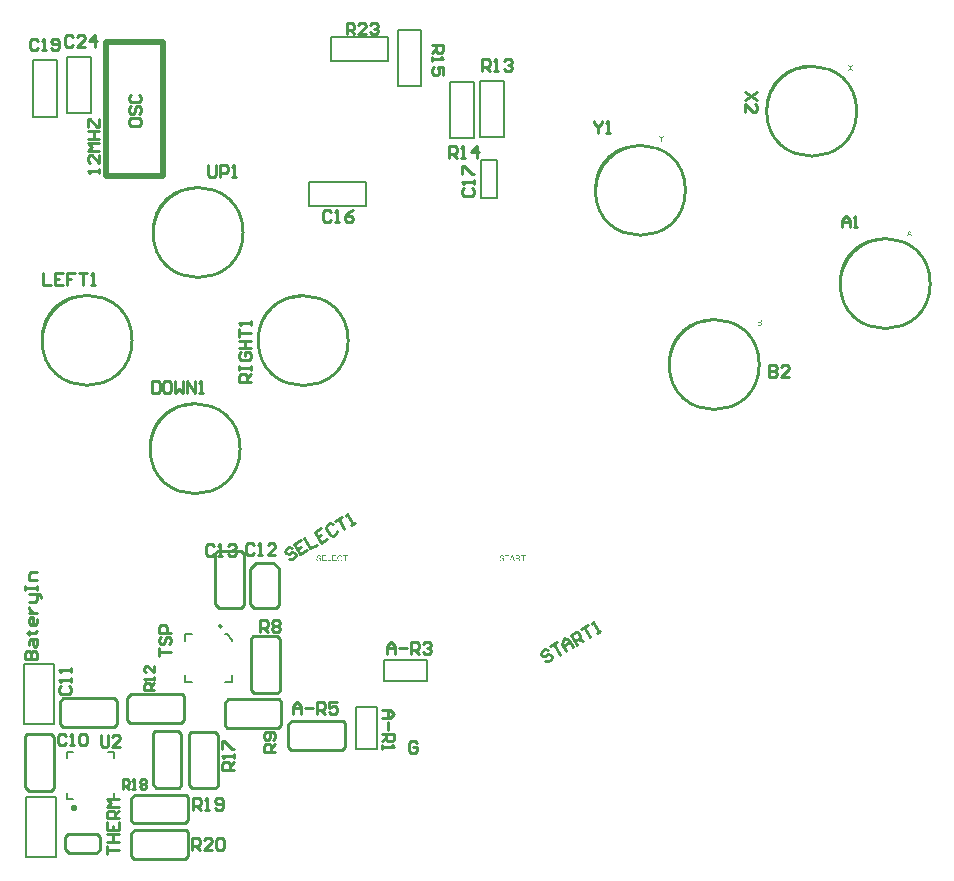
<source format=gto>
G04 Layer_Color=65535*
%FSLAX44Y44*%
%MOMM*%
G71*
G01*
G75*
%ADD31C,0.2540*%
%ADD34C,0.5000*%
%ADD73C,0.2000*%
%ADD76C,0.2500*%
%ADD77C,0.1270*%
%ADD78C,0.2032*%
%ADD79C,0.1524*%
G36*
X879564Y543421D02*
X879623D01*
X879682Y543416D01*
X879751Y543405D01*
X879891Y543389D01*
X880046Y543362D01*
X880191Y543325D01*
X880330Y543271D01*
X880335D01*
X880346Y543266D01*
X880362Y543255D01*
X880389Y543245D01*
X880448Y543207D01*
X880528Y543159D01*
X880614Y543094D01*
X880700Y543014D01*
X880786Y542918D01*
X880866Y542810D01*
Y542805D01*
X880877Y542794D01*
X880882Y542778D01*
X880898Y542757D01*
X880914Y542730D01*
X880930Y542692D01*
X880968Y542612D01*
X881000Y542516D01*
X881032Y542403D01*
X881054Y542285D01*
X881064Y542156D01*
Y542151D01*
Y542141D01*
Y542124D01*
Y542103D01*
X881054Y542044D01*
X881043Y541964D01*
X881021Y541872D01*
X880989Y541771D01*
X880946Y541669D01*
X880888Y541562D01*
Y541556D01*
X880882Y541551D01*
X880871Y541535D01*
X880855Y541513D01*
X880818Y541465D01*
X880759Y541401D01*
X880689Y541331D01*
X880598Y541256D01*
X880496Y541181D01*
X880373Y541111D01*
X880378D01*
X880394Y541106D01*
X880416Y541095D01*
X880448Y541085D01*
X880486Y541069D01*
X880528Y541053D01*
X880625Y541004D01*
X880737Y540945D01*
X880850Y540865D01*
X880963Y540774D01*
X881059Y540661D01*
X881064Y540656D01*
X881070Y540645D01*
X881080Y540629D01*
X881096Y540608D01*
X881118Y540575D01*
X881139Y540538D01*
X881161Y540495D01*
X881182Y540447D01*
X881225Y540340D01*
X881268Y540211D01*
X881295Y540066D01*
X881305Y539991D01*
Y539911D01*
Y539906D01*
Y539895D01*
Y539879D01*
Y539852D01*
X881300Y539820D01*
Y539788D01*
X881289Y539702D01*
X881268Y539600D01*
X881241Y539493D01*
X881204Y539375D01*
X881155Y539263D01*
Y539257D01*
X881150Y539252D01*
X881139Y539236D01*
X881129Y539214D01*
X881096Y539161D01*
X881054Y539096D01*
X881005Y539021D01*
X880941Y538946D01*
X880871Y538871D01*
X880791Y538802D01*
X880780Y538796D01*
X880753Y538775D01*
X880705Y538748D01*
X880641Y538711D01*
X880566Y538673D01*
X880475Y538630D01*
X880368Y538592D01*
X880250Y538560D01*
X880244D01*
X880234Y538555D01*
X880218D01*
X880191Y538550D01*
X880159Y538544D01*
X880121Y538534D01*
X880078Y538528D01*
X880030Y538523D01*
X879976Y538512D01*
X879912Y538507D01*
X879778Y538491D01*
X879623Y538485D01*
X879451Y538480D01*
X877570D01*
Y543427D01*
X879516D01*
X879564Y543421D01*
D02*
G37*
G36*
X675020Y343942D02*
X675079D01*
X675148Y343937D01*
X675229Y343932D01*
X675389Y343916D01*
X675556Y343889D01*
X675716Y343857D01*
X675786Y343835D01*
X675856Y343814D01*
X675861D01*
X675872Y343809D01*
X675888Y343798D01*
X675915Y343787D01*
X675979Y343755D01*
X676054Y343707D01*
X676145Y343642D01*
X676236Y343557D01*
X676327Y343460D01*
X676408Y343342D01*
Y343337D01*
X676419Y343326D01*
X676429Y343310D01*
X676440Y343283D01*
X676456Y343251D01*
X676472Y343214D01*
X676494Y343171D01*
X676515Y343122D01*
X676553Y343010D01*
X676585Y342887D01*
X676606Y342747D01*
X676617Y342597D01*
Y342592D01*
Y342576D01*
Y342544D01*
X676611Y342511D01*
X676606Y342463D01*
X676601Y342410D01*
X676590Y342351D01*
X676574Y342286D01*
X676531Y342147D01*
X676504Y342072D01*
X676472Y341997D01*
X676435Y341922D01*
X676386Y341847D01*
X676333Y341777D01*
X676274Y341708D01*
X676268Y341702D01*
X676258Y341692D01*
X676236Y341675D01*
X676209Y341649D01*
X676172Y341622D01*
X676129Y341590D01*
X676076Y341552D01*
X676011Y341515D01*
X675941Y341477D01*
X675866Y341440D01*
X675781Y341402D01*
X675684Y341365D01*
X675582Y341332D01*
X675470Y341300D01*
X675347Y341273D01*
X675218Y341252D01*
X675223D01*
X675229Y341247D01*
X675261Y341231D01*
X675309Y341204D01*
X675368Y341172D01*
X675432Y341134D01*
X675497Y341097D01*
X675561Y341048D01*
X675615Y341006D01*
X675620Y341000D01*
X675625Y340995D01*
X675641Y340979D01*
X675663Y340957D01*
X675690Y340930D01*
X675722Y340898D01*
X675791Y340823D01*
X675872Y340727D01*
X675963Y340614D01*
X676059Y340486D01*
X676156Y340346D01*
X677013Y339001D01*
X676193D01*
X675540Y340030D01*
X675534Y340036D01*
X675529Y340051D01*
X675513Y340073D01*
X675491Y340105D01*
X675470Y340143D01*
X675438Y340186D01*
X675373Y340282D01*
X675298Y340395D01*
X675223Y340507D01*
X675143Y340614D01*
X675068Y340711D01*
Y340716D01*
X675057Y340722D01*
X675036Y340748D01*
X675004Y340791D01*
X674955Y340839D01*
X674907Y340893D01*
X674848Y340947D01*
X674789Y341000D01*
X674736Y341038D01*
X674730Y341043D01*
X674709Y341054D01*
X674682Y341070D01*
X674644Y341091D01*
X674596Y341113D01*
X674548Y341134D01*
X674494Y341156D01*
X674436Y341172D01*
X674430D01*
X674414Y341177D01*
X674387Y341182D01*
X674350Y341188D01*
X674296D01*
X674232Y341193D01*
X674157Y341199D01*
X673315D01*
Y339001D01*
X672662D01*
Y343948D01*
X674961D01*
X675020Y343942D01*
D02*
G37*
G36*
X672131Y339001D02*
X671386D01*
X670813Y340496D01*
X668733D01*
X668197Y339001D01*
X667506D01*
X669398Y343948D01*
X670105D01*
X672131Y339001D01*
D02*
G37*
G36*
X956675Y756593D02*
X958530Y753999D01*
X957731D01*
X956477Y755762D01*
X956472Y755768D01*
X956461Y755789D01*
X956440Y755816D01*
X956413Y755859D01*
X956381Y755902D01*
X956349Y755950D01*
X956273Y756062D01*
Y756057D01*
X956268Y756052D01*
X956247Y756020D01*
X956220Y755977D01*
X956182Y755923D01*
X956102Y755810D01*
X956070Y755757D01*
X956038Y755714D01*
X954784Y753999D01*
X953996D01*
X955909Y756561D01*
X954221Y758946D01*
X954998D01*
X955904Y757675D01*
X955909Y757670D01*
X955914Y757660D01*
X955930Y757638D01*
X955952Y757611D01*
X955973Y757579D01*
X956000Y757542D01*
X956059Y757456D01*
X956124Y757354D01*
X956188Y757258D01*
X956252Y757156D01*
X956300Y757070D01*
Y757075D01*
X956306Y757081D01*
X956316Y757097D01*
X956332Y757118D01*
X956365Y757166D01*
X956413Y757236D01*
X956472Y757322D01*
X956536Y757418D01*
X956617Y757520D01*
X956697Y757627D01*
X957683Y758946D01*
X958396D01*
X956675Y756593D01*
D02*
G37*
G36*
X681183Y343364D02*
X679554D01*
Y339001D01*
X678900D01*
Y343364D01*
X677271D01*
Y343948D01*
X681183D01*
Y343364D01*
D02*
G37*
G36*
X661064Y344028D02*
X661123Y344023D01*
X661182Y344017D01*
X661251Y344012D01*
X661402Y343991D01*
X661568Y343959D01*
X661734Y343910D01*
X661895Y343851D01*
X661900D01*
X661911Y343841D01*
X661937Y343835D01*
X661964Y343819D01*
X661996Y343798D01*
X662039Y343776D01*
X662130Y343723D01*
X662237Y343648D01*
X662345Y343557D01*
X662447Y343455D01*
X662538Y343331D01*
X662543Y343326D01*
X662548Y343315D01*
X662559Y343299D01*
X662575Y343273D01*
X662591Y343240D01*
X662613Y343203D01*
X662629Y343155D01*
X662656Y343106D01*
X662698Y342994D01*
X662736Y342860D01*
X662768Y342715D01*
X662784Y342554D01*
X662157Y342506D01*
Y342511D01*
X662152Y342528D01*
Y342549D01*
X662146Y342581D01*
X662136Y342624D01*
X662125Y342667D01*
X662093Y342769D01*
X662050Y342881D01*
X661986Y342999D01*
X661911Y343112D01*
X661862Y343160D01*
X661809Y343208D01*
X661803Y343214D01*
X661798Y343219D01*
X661777Y343230D01*
X661755Y343246D01*
X661723Y343262D01*
X661685Y343283D01*
X661643Y343305D01*
X661594Y343331D01*
X661535Y343353D01*
X661471Y343374D01*
X661402Y343396D01*
X661326Y343412D01*
X661241Y343428D01*
X661150Y343439D01*
X661053Y343449D01*
X660898D01*
X660855Y343444D01*
X660807D01*
X660753Y343439D01*
X660689Y343433D01*
X660624Y343423D01*
X660480Y343396D01*
X660340Y343358D01*
X660206Y343305D01*
X660142Y343267D01*
X660088Y343230D01*
X660083D01*
X660078Y343219D01*
X660045Y343192D01*
X660003Y343144D01*
X659954Y343080D01*
X659906Y343005D01*
X659863Y342914D01*
X659831Y342817D01*
X659826Y342763D01*
X659820Y342704D01*
Y342699D01*
Y342694D01*
X659826Y342662D01*
X659831Y342613D01*
X659842Y342554D01*
X659869Y342485D01*
X659901Y342410D01*
X659944Y342340D01*
X660008Y342270D01*
X660019Y342265D01*
X660030Y342254D01*
X660051Y342238D01*
X660078Y342222D01*
X660110Y342206D01*
X660153Y342185D01*
X660201Y342158D01*
X660260Y342131D01*
X660330Y342104D01*
X660410Y342077D01*
X660501Y342045D01*
X660608Y342013D01*
X660721Y341981D01*
X660850Y341943D01*
X660994Y341911D01*
X661005D01*
X661032Y341906D01*
X661069Y341895D01*
X661123Y341879D01*
X661187Y341868D01*
X661262Y341847D01*
X661342Y341831D01*
X661428Y341804D01*
X661610Y341756D01*
X661793Y341708D01*
X661879Y341681D01*
X661954Y341654D01*
X662029Y341627D01*
X662087Y341600D01*
X662093D01*
X662109Y341590D01*
X662130Y341579D01*
X662157Y341563D01*
X662195Y341547D01*
X662237Y341520D01*
X662329Y341461D01*
X662436Y341391D01*
X662538Y341306D01*
X662639Y341204D01*
X662682Y341150D01*
X662725Y341097D01*
Y341091D01*
X662736Y341081D01*
X662747Y341064D01*
X662757Y341043D01*
X662774Y341016D01*
X662790Y340979D01*
X662832Y340893D01*
X662870Y340791D01*
X662902Y340673D01*
X662924Y340539D01*
X662934Y340395D01*
Y340389D01*
Y340378D01*
Y340357D01*
X662929Y340330D01*
Y340293D01*
X662924Y340255D01*
X662907Y340153D01*
X662881Y340041D01*
X662838Y339918D01*
X662779Y339789D01*
X662747Y339719D01*
X662704Y339655D01*
Y339650D01*
X662693Y339639D01*
X662682Y339623D01*
X662661Y339596D01*
X662613Y339537D01*
X662538Y339457D01*
X662447Y339371D01*
X662334Y339280D01*
X662205Y339194D01*
X662055Y339114D01*
X662050D01*
X662034Y339103D01*
X662012Y339098D01*
X661980Y339081D01*
X661943Y339071D01*
X661895Y339055D01*
X661841Y339033D01*
X661777Y339017D01*
X661712Y339001D01*
X661637Y338980D01*
X661477Y338953D01*
X661300Y338931D01*
X661107Y338921D01*
X661042D01*
X660994Y338926D01*
X660935D01*
X660871Y338931D01*
X660796Y338937D01*
X660710Y338947D01*
X660533Y338969D01*
X660346Y339001D01*
X660158Y339049D01*
X659976Y339114D01*
X659970D01*
X659954Y339124D01*
X659933Y339135D01*
X659901Y339151D01*
X659863Y339173D01*
X659820Y339194D01*
X659719Y339258D01*
X659606Y339339D01*
X659488Y339441D01*
X659370Y339558D01*
X659268Y339698D01*
X659263Y339703D01*
X659258Y339714D01*
X659247Y339735D01*
X659231Y339767D01*
X659210Y339805D01*
X659188Y339848D01*
X659161Y339902D01*
X659140Y339960D01*
X659113Y340019D01*
X659092Y340089D01*
X659049Y340244D01*
X659016Y340411D01*
X659006Y340502D01*
X659000Y340593D01*
X659617Y340646D01*
Y340641D01*
Y340630D01*
X659622Y340609D01*
X659628Y340582D01*
X659633Y340550D01*
X659638Y340518D01*
X659660Y340427D01*
X659687Y340330D01*
X659719Y340228D01*
X659762Y340127D01*
X659815Y340030D01*
X659820Y340019D01*
X659847Y339993D01*
X659885Y339950D01*
X659938Y339896D01*
X660008Y339832D01*
X660094Y339773D01*
X660196Y339709D01*
X660313Y339650D01*
X660319D01*
X660330Y339644D01*
X660346Y339639D01*
X660372Y339628D01*
X660405Y339617D01*
X660442Y339601D01*
X660485Y339591D01*
X660533Y339580D01*
X660646Y339553D01*
X660780Y339526D01*
X660919Y339510D01*
X661075Y339505D01*
X661139D01*
X661171Y339510D01*
X661208D01*
X661294Y339521D01*
X661396Y339532D01*
X661509Y339548D01*
X661621Y339575D01*
X661728Y339612D01*
X661734D01*
X661739Y339617D01*
X661755Y339623D01*
X661777Y339633D01*
X661825Y339660D01*
X661889Y339692D01*
X661959Y339735D01*
X662034Y339789D01*
X662098Y339848D01*
X662157Y339918D01*
X662162Y339928D01*
X662179Y339950D01*
X662205Y339993D01*
X662232Y340046D01*
X662254Y340111D01*
X662280Y340180D01*
X662297Y340261D01*
X662302Y340341D01*
Y340346D01*
Y340352D01*
Y340378D01*
X662297Y340427D01*
X662286Y340480D01*
X662270Y340545D01*
X662243Y340614D01*
X662211Y340684D01*
X662162Y340748D01*
X662157Y340754D01*
X662136Y340775D01*
X662104Y340807D01*
X662055Y340850D01*
X661996Y340893D01*
X661916Y340941D01*
X661825Y340989D01*
X661718Y341038D01*
X661707Y341043D01*
X661696Y341048D01*
X661675Y341054D01*
X661653Y341059D01*
X661621Y341070D01*
X661578Y341086D01*
X661535Y341097D01*
X661477Y341113D01*
X661417Y341134D01*
X661342Y341150D01*
X661262Y341172D01*
X661171Y341199D01*
X661075Y341220D01*
X660962Y341252D01*
X660839Y341279D01*
X660833D01*
X660812Y341284D01*
X660774Y341295D01*
X660732Y341306D01*
X660673Y341322D01*
X660608Y341338D01*
X660544Y341359D01*
X660469Y341381D01*
X660308Y341429D01*
X660153Y341483D01*
X660078Y341509D01*
X660008Y341536D01*
X659944Y341563D01*
X659890Y341590D01*
X659885D01*
X659874Y341600D01*
X659858Y341611D01*
X659831Y341622D01*
X659767Y341659D01*
X659692Y341713D01*
X659601Y341783D01*
X659515Y341858D01*
X659429Y341949D01*
X659360Y342045D01*
Y342051D01*
X659354Y342056D01*
X659343Y342072D01*
X659333Y342094D01*
X659306Y342152D01*
X659274Y342228D01*
X659242Y342319D01*
X659215Y342426D01*
X659193Y342544D01*
X659188Y342667D01*
Y342672D01*
Y342683D01*
Y342704D01*
X659193Y342731D01*
Y342763D01*
X659199Y342801D01*
X659215Y342897D01*
X659242Y343005D01*
X659274Y343117D01*
X659327Y343240D01*
X659397Y343364D01*
Y343369D01*
X659408Y343380D01*
X659418Y343396D01*
X659435Y343417D01*
X659488Y343476D01*
X659558Y343551D01*
X659644Y343632D01*
X659751Y343712D01*
X659874Y343792D01*
X660019Y343862D01*
X660024D01*
X660035Y343867D01*
X660062Y343878D01*
X660088Y343889D01*
X660126Y343900D01*
X660174Y343916D01*
X660228Y343932D01*
X660287Y343948D01*
X660351Y343964D01*
X660421Y343980D01*
X660571Y344007D01*
X660742Y344028D01*
X660925Y344034D01*
X661016D01*
X661064Y344028D01*
D02*
G37*
G36*
X796561Y696089D02*
Y693999D01*
X795907D01*
Y696089D01*
X793999Y698946D01*
X794792D01*
X795768Y697451D01*
X795773Y697445D01*
X795778Y697434D01*
X795794Y697408D01*
X795816Y697381D01*
X795837Y697343D01*
X795864Y697295D01*
X795896Y697247D01*
X795934Y697188D01*
X796009Y697065D01*
X796094Y696925D01*
X796186Y696775D01*
X796271Y696620D01*
X796277Y696625D01*
X796282Y696636D01*
X796293Y696657D01*
X796314Y696690D01*
X796336Y696722D01*
X796357Y696765D01*
X796389Y696818D01*
X796421Y696872D01*
X796459Y696931D01*
X796502Y697000D01*
X796593Y697145D01*
X796700Y697311D01*
X796813Y697488D01*
X797772Y698946D01*
X798533D01*
X796561Y696089D01*
D02*
G37*
G36*
X1008626Y613999D02*
X1007881D01*
X1007308Y615495D01*
X1005228D01*
X1004692Y613999D01*
X1004001D01*
X1005893Y618946D01*
X1006600D01*
X1008626Y613999D01*
D02*
G37*
G36*
X530416Y343364D02*
X528787D01*
Y339001D01*
X528133D01*
Y343364D01*
X526504D01*
Y343948D01*
X530416D01*
Y343364D01*
D02*
G37*
G36*
X524151Y344028D02*
X524215Y344023D01*
X524290Y344012D01*
X524371Y344001D01*
X524462Y343985D01*
X524558Y343964D01*
X524660Y343942D01*
X524762Y343910D01*
X524869Y343873D01*
X524976Y343830D01*
X525078Y343776D01*
X525180Y343723D01*
X525276Y343653D01*
X525282Y343648D01*
X525298Y343637D01*
X525325Y343615D01*
X525357Y343583D01*
X525400Y343546D01*
X525448Y343498D01*
X525496Y343444D01*
X525555Y343380D01*
X525614Y343310D01*
X525673Y343230D01*
X525732Y343144D01*
X525785Y343047D01*
X525844Y342946D01*
X525893Y342833D01*
X525941Y342715D01*
X525984Y342592D01*
X525341Y342442D01*
Y342447D01*
X525330Y342463D01*
X525325Y342495D01*
X525308Y342533D01*
X525292Y342576D01*
X525266Y342624D01*
X525212Y342742D01*
X525142Y342871D01*
X525051Y343005D01*
X524955Y343128D01*
X524896Y343181D01*
X524837Y343230D01*
X524832Y343235D01*
X524821Y343240D01*
X524805Y343251D01*
X524778Y343267D01*
X524746Y343289D01*
X524708Y343310D01*
X524665Y343331D01*
X524612Y343353D01*
X524553Y343374D01*
X524494Y343396D01*
X524355Y343439D01*
X524194Y343465D01*
X524108Y343476D01*
X523963D01*
X523920Y343471D01*
X523872Y343465D01*
X523813Y343460D01*
X523749Y343455D01*
X523685Y343444D01*
X523529Y343406D01*
X523368Y343358D01*
X523288Y343326D01*
X523208Y343289D01*
X523133Y343246D01*
X523058Y343198D01*
X523052Y343192D01*
X523041Y343187D01*
X523020Y343171D01*
X522993Y343149D01*
X522966Y343122D01*
X522929Y343085D01*
X522891Y343047D01*
X522849Y343005D01*
X522806Y342951D01*
X522757Y342897D01*
X522672Y342774D01*
X522591Y342629D01*
X522522Y342463D01*
Y342458D01*
X522516Y342442D01*
X522505Y342415D01*
X522500Y342383D01*
X522489Y342340D01*
X522473Y342292D01*
X522463Y342233D01*
X522447Y342174D01*
X522430Y342104D01*
X522420Y342029D01*
X522393Y341868D01*
X522377Y341697D01*
X522371Y341515D01*
Y341509D01*
Y341488D01*
Y341456D01*
X522377Y341408D01*
Y341354D01*
X522382Y341290D01*
X522388Y341220D01*
X522393Y341139D01*
X522404Y341054D01*
X522414Y340968D01*
X522447Y340780D01*
X522495Y340593D01*
X522554Y340411D01*
Y340405D01*
X522565Y340389D01*
X522575Y340368D01*
X522586Y340336D01*
X522607Y340293D01*
X522634Y340250D01*
X522693Y340148D01*
X522774Y340030D01*
X522870Y339918D01*
X522988Y339805D01*
X523052Y339757D01*
X523122Y339709D01*
X523127D01*
X523138Y339698D01*
X523159Y339687D01*
X523191Y339671D01*
X523229Y339655D01*
X523272Y339633D01*
X523320Y339617D01*
X523374Y339596D01*
X523497Y339553D01*
X523642Y339516D01*
X523797Y339489D01*
X523877Y339483D01*
X523963Y339478D01*
X524017D01*
X524054Y339483D01*
X524103Y339489D01*
X524156Y339494D01*
X524221Y339505D01*
X524285Y339516D01*
X524435Y339553D01*
X524510Y339580D01*
X524590Y339612D01*
X524671Y339650D01*
X524746Y339692D01*
X524821Y339741D01*
X524896Y339794D01*
X524901Y339800D01*
X524912Y339810D01*
X524933Y339826D01*
X524960Y339853D01*
X524987Y339885D01*
X525024Y339928D01*
X525062Y339977D01*
X525105Y340030D01*
X525148Y340094D01*
X525191Y340164D01*
X525233Y340239D01*
X525276Y340325D01*
X525314Y340416D01*
X525351Y340518D01*
X525389Y340625D01*
X525416Y340737D01*
X526069Y340571D01*
Y340561D01*
X526059Y340534D01*
X526048Y340496D01*
X526027Y340437D01*
X526005Y340373D01*
X525973Y340293D01*
X525941Y340207D01*
X525898Y340116D01*
X525850Y340014D01*
X525796Y339918D01*
X525737Y339810D01*
X525668Y339709D01*
X525592Y339612D01*
X525512Y339516D01*
X525421Y339425D01*
X525325Y339339D01*
X525319Y339333D01*
X525298Y339323D01*
X525271Y339301D01*
X525228Y339274D01*
X525180Y339242D01*
X525116Y339205D01*
X525046Y339167D01*
X524960Y339130D01*
X524869Y339092D01*
X524772Y339055D01*
X524665Y339017D01*
X524547Y338985D01*
X524424Y338958D01*
X524296Y338937D01*
X524162Y338926D01*
X524017Y338921D01*
X523942D01*
X523883Y338926D01*
X523819Y338931D01*
X523738Y338937D01*
X523652Y338947D01*
X523556Y338964D01*
X523454Y338980D01*
X523347Y339001D01*
X523240Y339028D01*
X523133Y339055D01*
X523020Y339092D01*
X522913Y339135D01*
X522811Y339183D01*
X522715Y339242D01*
X522709Y339248D01*
X522693Y339258D01*
X522666Y339274D01*
X522634Y339301D01*
X522591Y339339D01*
X522543Y339376D01*
X522489Y339425D01*
X522430Y339483D01*
X522371Y339548D01*
X522307Y339617D01*
X522248Y339692D01*
X522184Y339778D01*
X522120Y339869D01*
X522061Y339966D01*
X522007Y340073D01*
X521954Y340186D01*
X521948Y340191D01*
X521943Y340212D01*
X521932Y340250D01*
X521916Y340293D01*
X521894Y340352D01*
X521873Y340416D01*
X521852Y340496D01*
X521825Y340582D01*
X521803Y340679D01*
X521777Y340780D01*
X521755Y340888D01*
X521739Y341006D01*
X521707Y341252D01*
X521702Y341381D01*
X521696Y341509D01*
Y341520D01*
Y341541D01*
Y341584D01*
X521702Y341638D01*
X521707Y341708D01*
X521712Y341788D01*
X521723Y341874D01*
X521734Y341970D01*
X521750Y342072D01*
X521766Y342179D01*
X521819Y342410D01*
X521857Y342522D01*
X521894Y342635D01*
X521937Y342753D01*
X521991Y342860D01*
X521996Y342865D01*
X522007Y342887D01*
X522023Y342914D01*
X522045Y342956D01*
X522077Y343005D01*
X522114Y343058D01*
X522157Y343117D01*
X522205Y343187D01*
X522264Y343251D01*
X522323Y343326D01*
X522393Y343396D01*
X522468Y343471D01*
X522548Y343540D01*
X522634Y343610D01*
X522731Y343675D01*
X522827Y343733D01*
X522832Y343739D01*
X522854Y343744D01*
X522881Y343760D01*
X522924Y343782D01*
X522972Y343803D01*
X523036Y343830D01*
X523106Y343857D01*
X523181Y343884D01*
X523266Y343910D01*
X523363Y343937D01*
X523460Y343964D01*
X523567Y343985D01*
X523786Y344023D01*
X523904Y344028D01*
X524028Y344034D01*
X524097D01*
X524151Y344028D01*
D02*
G37*
G36*
X506063D02*
X506122Y344023D01*
X506181Y344017D01*
X506250Y344012D01*
X506400Y343991D01*
X506567Y343959D01*
X506733Y343910D01*
X506894Y343851D01*
X506899D01*
X506910Y343841D01*
X506936Y343835D01*
X506963Y343819D01*
X506995Y343798D01*
X507038Y343776D01*
X507129Y343723D01*
X507237Y343648D01*
X507344Y343557D01*
X507446Y343455D01*
X507537Y343331D01*
X507542Y343326D01*
X507547Y343315D01*
X507558Y343299D01*
X507574Y343273D01*
X507590Y343240D01*
X507612Y343203D01*
X507628Y343155D01*
X507655Y343106D01*
X507697Y342994D01*
X507735Y342860D01*
X507767Y342715D01*
X507783Y342554D01*
X507156Y342506D01*
Y342511D01*
X507151Y342528D01*
Y342549D01*
X507146Y342581D01*
X507135Y342624D01*
X507124Y342667D01*
X507092Y342769D01*
X507049Y342881D01*
X506985Y342999D01*
X506910Y343112D01*
X506861Y343160D01*
X506808Y343208D01*
X506802Y343214D01*
X506797Y343219D01*
X506776Y343230D01*
X506754Y343246D01*
X506722Y343262D01*
X506685Y343283D01*
X506642Y343305D01*
X506593Y343331D01*
X506535Y343353D01*
X506470Y343374D01*
X506400Y343396D01*
X506325Y343412D01*
X506240Y343428D01*
X506149Y343439D01*
X506052Y343449D01*
X505897D01*
X505854Y343444D01*
X505806D01*
X505752Y343439D01*
X505688Y343433D01*
X505623Y343423D01*
X505479Y343396D01*
X505339Y343358D01*
X505205Y343305D01*
X505141Y343267D01*
X505088Y343230D01*
X505082D01*
X505077Y343219D01*
X505045Y343192D01*
X505002Y343144D01*
X504953Y343080D01*
X504905Y343005D01*
X504862Y342914D01*
X504830Y342817D01*
X504825Y342763D01*
X504819Y342704D01*
Y342699D01*
Y342694D01*
X504825Y342662D01*
X504830Y342613D01*
X504841Y342554D01*
X504868Y342485D01*
X504900Y342410D01*
X504943Y342340D01*
X505007Y342270D01*
X505018Y342265D01*
X505028Y342254D01*
X505050Y342238D01*
X505077Y342222D01*
X505109Y342206D01*
X505152Y342185D01*
X505200Y342158D01*
X505259Y342131D01*
X505329Y342104D01*
X505409Y342077D01*
X505500Y342045D01*
X505607Y342013D01*
X505720Y341981D01*
X505849Y341943D01*
X505993Y341911D01*
X506004D01*
X506031Y341906D01*
X506068Y341895D01*
X506122Y341879D01*
X506186Y341868D01*
X506261Y341847D01*
X506342Y341831D01*
X506427Y341804D01*
X506609Y341756D01*
X506792Y341708D01*
X506878Y341681D01*
X506953Y341654D01*
X507028Y341627D01*
X507086Y341600D01*
X507092D01*
X507108Y341590D01*
X507129Y341579D01*
X507156Y341563D01*
X507194Y341547D01*
X507237Y341520D01*
X507328Y341461D01*
X507435Y341391D01*
X507537Y341306D01*
X507639Y341204D01*
X507681Y341150D01*
X507724Y341097D01*
Y341091D01*
X507735Y341081D01*
X507746Y341064D01*
X507756Y341043D01*
X507772Y341016D01*
X507789Y340979D01*
X507831Y340893D01*
X507869Y340791D01*
X507901Y340673D01*
X507923Y340539D01*
X507933Y340395D01*
Y340389D01*
Y340378D01*
Y340357D01*
X507928Y340330D01*
Y340293D01*
X507923Y340255D01*
X507906Y340153D01*
X507880Y340041D01*
X507837Y339918D01*
X507778Y339789D01*
X507746Y339719D01*
X507703Y339655D01*
Y339650D01*
X507692Y339639D01*
X507681Y339623D01*
X507660Y339596D01*
X507612Y339537D01*
X507537Y339457D01*
X507446Y339371D01*
X507333Y339280D01*
X507204Y339194D01*
X507054Y339114D01*
X507049D01*
X507033Y339103D01*
X507011Y339098D01*
X506979Y339081D01*
X506942Y339071D01*
X506894Y339055D01*
X506840Y339033D01*
X506776Y339017D01*
X506711Y339001D01*
X506636Y338980D01*
X506475Y338953D01*
X506299Y338931D01*
X506106Y338921D01*
X506041D01*
X505993Y338926D01*
X505934D01*
X505870Y338931D01*
X505795Y338937D01*
X505709Y338947D01*
X505532Y338969D01*
X505345Y339001D01*
X505157Y339049D01*
X504975Y339114D01*
X504970D01*
X504953Y339124D01*
X504932Y339135D01*
X504900Y339151D01*
X504862Y339173D01*
X504819Y339194D01*
X504718Y339258D01*
X504605Y339339D01*
X504487Y339441D01*
X504369Y339558D01*
X504268Y339698D01*
X504262Y339703D01*
X504257Y339714D01*
X504246Y339735D01*
X504230Y339767D01*
X504208Y339805D01*
X504187Y339848D01*
X504160Y339902D01*
X504139Y339960D01*
X504112Y340019D01*
X504091Y340089D01*
X504048Y340244D01*
X504016Y340411D01*
X504005Y340502D01*
X503999Y340593D01*
X504616Y340646D01*
Y340641D01*
Y340630D01*
X504621Y340609D01*
X504627Y340582D01*
X504632Y340550D01*
X504637Y340518D01*
X504659Y340427D01*
X504686Y340330D01*
X504718Y340228D01*
X504761Y340127D01*
X504814Y340030D01*
X504819Y340019D01*
X504846Y339993D01*
X504884Y339950D01*
X504937Y339896D01*
X505007Y339832D01*
X505093Y339773D01*
X505195Y339709D01*
X505313Y339650D01*
X505318D01*
X505329Y339644D01*
X505345Y339639D01*
X505372Y339628D01*
X505404Y339617D01*
X505441Y339601D01*
X505484Y339591D01*
X505532Y339580D01*
X505645Y339553D01*
X505779Y339526D01*
X505918Y339510D01*
X506074Y339505D01*
X506138D01*
X506170Y339510D01*
X506208D01*
X506293Y339521D01*
X506395Y339532D01*
X506508Y339548D01*
X506620Y339575D01*
X506727Y339612D01*
X506733D01*
X506738Y339617D01*
X506754Y339623D01*
X506776Y339633D01*
X506824Y339660D01*
X506888Y339692D01*
X506958Y339735D01*
X507033Y339789D01*
X507097Y339848D01*
X507156Y339918D01*
X507161Y339928D01*
X507178Y339950D01*
X507204Y339993D01*
X507231Y340046D01*
X507253Y340111D01*
X507280Y340180D01*
X507295Y340261D01*
X507301Y340341D01*
Y340346D01*
Y340352D01*
Y340378D01*
X507295Y340427D01*
X507285Y340480D01*
X507269Y340545D01*
X507242Y340614D01*
X507210Y340684D01*
X507161Y340748D01*
X507156Y340754D01*
X507135Y340775D01*
X507103Y340807D01*
X507054Y340850D01*
X506995Y340893D01*
X506915Y340941D01*
X506824Y340989D01*
X506717Y341038D01*
X506706Y341043D01*
X506695Y341048D01*
X506674Y341054D01*
X506652Y341059D01*
X506620Y341070D01*
X506577Y341086D01*
X506535Y341097D01*
X506475Y341113D01*
X506417Y341134D01*
X506342Y341150D01*
X506261Y341172D01*
X506170Y341199D01*
X506074Y341220D01*
X505961Y341252D01*
X505838Y341279D01*
X505832D01*
X505811Y341284D01*
X505774Y341295D01*
X505731Y341306D01*
X505672Y341322D01*
X505607Y341338D01*
X505543Y341359D01*
X505468Y341381D01*
X505307Y341429D01*
X505152Y341483D01*
X505077Y341509D01*
X505007Y341536D01*
X504943Y341563D01*
X504889Y341590D01*
X504884D01*
X504873Y341600D01*
X504857Y341611D01*
X504830Y341622D01*
X504766Y341659D01*
X504691Y341713D01*
X504600Y341783D01*
X504514Y341858D01*
X504428Y341949D01*
X504359Y342045D01*
Y342051D01*
X504353Y342056D01*
X504342Y342072D01*
X504332Y342094D01*
X504305Y342152D01*
X504273Y342228D01*
X504241Y342319D01*
X504214Y342426D01*
X504192Y342544D01*
X504187Y342667D01*
Y342672D01*
Y342683D01*
Y342704D01*
X504192Y342731D01*
Y342763D01*
X504198Y342801D01*
X504214Y342897D01*
X504241Y343005D01*
X504273Y343117D01*
X504326Y343240D01*
X504396Y343364D01*
Y343369D01*
X504407Y343380D01*
X504417Y343396D01*
X504434Y343417D01*
X504487Y343476D01*
X504557Y343551D01*
X504643Y343632D01*
X504750Y343712D01*
X504873Y343792D01*
X505018Y343862D01*
X505023D01*
X505034Y343867D01*
X505061Y343878D01*
X505088Y343889D01*
X505125Y343900D01*
X505173Y343916D01*
X505227Y343932D01*
X505286Y343948D01*
X505350Y343964D01*
X505420Y343980D01*
X505570Y344007D01*
X505741Y344028D01*
X505924Y344034D01*
X506015D01*
X506063Y344028D01*
D02*
G37*
G36*
X520871Y343364D02*
X517945D01*
Y341852D01*
X520683D01*
Y341268D01*
X517945D01*
Y339585D01*
X520983D01*
Y339001D01*
X517291D01*
Y343948D01*
X520871D01*
Y343364D01*
D02*
G37*
G36*
X667366D02*
X665737D01*
Y339001D01*
X665083D01*
Y343364D01*
X663454D01*
Y343948D01*
X667366D01*
Y343364D01*
D02*
G37*
G36*
X512419D02*
X509493D01*
Y341852D01*
X512231D01*
Y341268D01*
X509493D01*
Y339585D01*
X512532D01*
Y339001D01*
X508839D01*
Y343948D01*
X512419D01*
Y343364D01*
D02*
G37*
G36*
X514059Y339585D02*
X516498D01*
Y339001D01*
X513405D01*
Y343948D01*
X514059D01*
Y339585D01*
D02*
G37*
%LPC*%
G36*
X879306Y542843D02*
X878224D01*
Y541347D01*
X879398D01*
X879440Y541353D01*
X879531D01*
X879633Y541358D01*
X879741Y541369D01*
X879837Y541385D01*
X879880Y541390D01*
X879917Y541401D01*
X879923D01*
X879928Y541406D01*
X879960Y541417D01*
X880003Y541433D01*
X880057Y541460D01*
X880116Y541492D01*
X880180Y541535D01*
X880239Y541589D01*
X880293Y541647D01*
X880298Y541658D01*
X880314Y541680D01*
X880335Y541717D01*
X880357Y541765D01*
X880378Y541830D01*
X880400Y541905D01*
X880416Y541985D01*
X880421Y542081D01*
Y542087D01*
Y542092D01*
Y542124D01*
X880416Y542167D01*
X880405Y542226D01*
X880389Y542296D01*
X880368Y542371D01*
X880341Y542446D01*
X880298Y542516D01*
X880293Y542526D01*
X880276Y542548D01*
X880250Y542580D01*
X880212Y542617D01*
X880164Y542660D01*
X880105Y542703D01*
X880041Y542741D01*
X879960Y542773D01*
X879950Y542778D01*
X879939D01*
X879917Y542784D01*
X879896Y542789D01*
X879864Y542794D01*
X879826Y542800D01*
X879789Y542810D01*
X879741Y542816D01*
X879682Y542821D01*
X879623Y542826D01*
X879553Y542832D01*
X879478Y542837D01*
X879398D01*
X879306Y542843D01*
D02*
G37*
G36*
X879365Y540763D02*
X878224D01*
Y539064D01*
X879564D01*
X879633Y539070D01*
X879703D01*
X879778Y539075D01*
X879848Y539080D01*
X879901Y539086D01*
X879912D01*
X879939Y539091D01*
X879982Y539102D01*
X880035Y539118D01*
X880094Y539134D01*
X880153Y539161D01*
X880218Y539187D01*
X880276Y539220D01*
X880282Y539225D01*
X880303Y539236D01*
X880330Y539257D01*
X880368Y539289D01*
X880405Y539327D01*
X880448Y539375D01*
X880491Y539429D01*
X880528Y539493D01*
X880534Y539504D01*
X880545Y539525D01*
X880561Y539563D01*
X880582Y539616D01*
X880598Y539675D01*
X880614Y539745D01*
X880625Y539825D01*
X880630Y539911D01*
Y539916D01*
Y539922D01*
Y539938D01*
Y539959D01*
X880625Y540007D01*
X880614Y540077D01*
X880593Y540152D01*
X880571Y540233D01*
X880534Y540313D01*
X880486Y540393D01*
X880480Y540404D01*
X880459Y540425D01*
X880427Y540463D01*
X880384Y540506D01*
X880325Y540554D01*
X880255Y540597D01*
X880180Y540640D01*
X880089Y540677D01*
X880084D01*
X880078Y540683D01*
X880062Y540688D01*
X880041Y540693D01*
X880014Y540699D01*
X879987Y540704D01*
X879950Y540715D01*
X879907Y540720D01*
X879853Y540731D01*
X879799Y540736D01*
X879741Y540742D01*
X879676Y540752D01*
X879531Y540758D01*
X879365Y540763D01*
D02*
G37*
G36*
X674982Y343401D02*
X673315D01*
Y341767D01*
X674795D01*
X674832Y341772D01*
X674875D01*
X674977Y341777D01*
X675089Y341788D01*
X675207Y341804D01*
X675320Y341825D01*
X675422Y341858D01*
X675427D01*
X675432Y341863D01*
X675464Y341874D01*
X675507Y341895D01*
X675566Y341927D01*
X675625Y341970D01*
X675690Y342018D01*
X675754Y342083D01*
X675807Y342152D01*
X675813Y342163D01*
X675829Y342190D01*
X675850Y342228D01*
X675877Y342286D01*
X675899Y342351D01*
X675920Y342426D01*
X675936Y342511D01*
X675941Y342597D01*
Y342603D01*
Y342613D01*
Y342629D01*
X675936Y342656D01*
Y342683D01*
X675931Y342720D01*
X675909Y342801D01*
X675877Y342892D01*
X675834Y342989D01*
X675770Y343080D01*
X675727Y343128D01*
X675684Y343171D01*
X675679Y343176D01*
X675674Y343181D01*
X675658Y343192D01*
X675636Y343208D01*
X675609Y343224D01*
X675572Y343246D01*
X675534Y343267D01*
X675486Y343289D01*
X675432Y343310D01*
X675373Y343326D01*
X675309Y343348D01*
X675239Y343364D01*
X675159Y343380D01*
X675073Y343390D01*
X674982Y343401D01*
D02*
G37*
G36*
X669735Y343433D02*
Y343428D01*
X669730Y343412D01*
X669725Y343385D01*
X669719Y343353D01*
X669708Y343305D01*
X669698Y343256D01*
X669682Y343198D01*
X669666Y343133D01*
X669650Y343064D01*
X669628Y342989D01*
X669580Y342828D01*
X669526Y342656D01*
X669467Y342479D01*
X668921Y341027D01*
X670609D01*
X670089Y342399D01*
Y342404D01*
X670078Y342426D01*
X670068Y342458D01*
X670051Y342506D01*
X670030Y342554D01*
X670009Y342619D01*
X669982Y342688D01*
X669955Y342763D01*
X669902Y342929D01*
X669843Y343101D01*
X669784Y343273D01*
X669735Y343433D01*
D02*
G37*
G36*
X1006231Y618432D02*
Y618426D01*
X1006225Y618410D01*
X1006220Y618383D01*
X1006215Y618351D01*
X1006204Y618303D01*
X1006193Y618255D01*
X1006177Y618196D01*
X1006161Y618131D01*
X1006145Y618062D01*
X1006123Y617987D01*
X1006075Y617826D01*
X1006021Y617654D01*
X1005963Y617477D01*
X1005416Y616025D01*
X1007104D01*
X1006584Y617397D01*
Y617402D01*
X1006574Y617424D01*
X1006563Y617456D01*
X1006547Y617504D01*
X1006525Y617553D01*
X1006504Y617617D01*
X1006477Y617687D01*
X1006450Y617762D01*
X1006397Y617928D01*
X1006338Y618099D01*
X1006279Y618271D01*
X1006231Y618432D01*
D02*
G37*
%LPD*%
D31*
X778510Y690880D02*
G03*
X740410Y652780I0J-38100D01*
G01*
X923290Y758190D02*
G03*
X885190Y720090I0J-38100D01*
G01*
X840740Y543560D02*
G03*
X802640Y505460I0J-38100D01*
G01*
X985520Y612140D02*
G03*
X947420Y572770I635J-38735D01*
G01*
X403860Y655320D02*
G03*
X365760Y617220I0J-38100D01*
G01*
X309880Y563880D02*
G03*
X271780Y525780I0J-38100D01*
G01*
X401320Y472440D02*
G03*
X363220Y434340I0J-38100D01*
G01*
X492760Y563880D02*
G03*
X454660Y527050I-635J-37465D01*
G01*
X526250Y203750D02*
X528250Y201750D01*
X522250Y203750D02*
X526250D01*
X525750Y179500D02*
X528250Y182000D01*
X519000Y179500D02*
X525750D01*
X528250Y182000D02*
Y201750D01*
X483250Y203750D02*
X522250D01*
X480250Y181750D02*
Y200750D01*
X483250Y203750D01*
X482500Y179500D02*
X520250D01*
X480250Y181750D02*
X482500Y179500D01*
X418250Y345500D02*
X420250Y347500D01*
X418250Y341500D02*
Y345500D01*
X440000Y347500D02*
X442500Y345000D01*
Y338250D02*
Y345000D01*
X420250Y347500D02*
X440000D01*
X418250Y302500D02*
Y341500D01*
X421250Y299500D02*
X440250D01*
X418250Y302500D02*
X421250Y299500D01*
X442500Y301750D02*
Y339500D01*
X440250Y299500D02*
X442500Y301750D01*
X293500Y108250D02*
X318000D01*
X320750Y105500D01*
Y94500D02*
Y105500D01*
X317750Y91500D02*
X320750Y94500D01*
X294500Y91500D02*
X317750D01*
X291000Y95000D02*
X294500Y91500D01*
X291000Y95000D02*
Y105750D01*
X293500Y108250D01*
X387250Y147250D02*
X389500Y149500D01*
Y187250D01*
X365250Y150250D02*
X368250Y147250D01*
X387250D01*
X365250Y150250D02*
Y189250D01*
X367250Y195250D02*
X387000D01*
X389500Y186000D02*
Y192750D01*
X387000Y195250D02*
X389500Y192750D01*
X365250Y189250D02*
Y193250D01*
X367250Y195250D01*
X418000Y146750D02*
X420250Y149000D01*
Y186750D01*
X396000Y149750D02*
X399000Y146750D01*
X418000D01*
X396000Y149750D02*
Y188750D01*
X398000Y194750D02*
X417750D01*
X420250Y185500D02*
Y192250D01*
X417750Y194750D02*
X420250Y192250D01*
X396000Y188750D02*
Y192750D01*
X398000Y194750D01*
X286750Y200750D02*
X289000Y198500D01*
X326750D01*
X286750Y219750D02*
X289750Y222750D01*
X286750Y200750D02*
Y219750D01*
X289750Y222750D02*
X328750D01*
X334750Y201000D02*
Y220750D01*
X325500Y198500D02*
X332250D01*
X334750Y201000D01*
X328750Y222750D02*
X332750D01*
X334750Y220750D01*
X343750Y204500D02*
X346000Y202250D01*
X383750D01*
X343750Y223500D02*
X346750Y226500D01*
X343750Y204500D02*
Y223500D01*
X346750Y226500D02*
X385750D01*
X391750Y204750D02*
Y224500D01*
X382500Y202250D02*
X389250D01*
X391750Y204750D01*
X385750Y226500D02*
X389750D01*
X391750Y224500D01*
X470500Y227250D02*
X472750Y229500D01*
Y267250D01*
X448500Y230250D02*
X451500Y227250D01*
X470500D01*
X448500Y230250D02*
Y269250D01*
X450500Y275250D02*
X470250D01*
X472750Y266000D02*
Y272750D01*
X470250Y275250D02*
X472750Y272750D01*
X448500Y269250D02*
Y273250D01*
X450500Y275250D01*
X426250Y200000D02*
X428500Y197750D01*
X466250D01*
X426250Y219000D02*
X429250Y222000D01*
X426250Y200000D02*
Y219000D01*
X429250Y222000D02*
X468250D01*
X474250Y200250D02*
Y220000D01*
X465000Y197750D02*
X471750D01*
X474250Y200250D01*
X468250Y222000D02*
X472250D01*
X474250Y220000D01*
X347250Y89500D02*
X349500Y87250D01*
X387250D01*
X347250Y108500D02*
X350250Y111500D01*
X347250Y89500D02*
Y108500D01*
X350250Y111500D02*
X389250D01*
X395250Y89750D02*
Y109500D01*
X386000Y87250D02*
X392750D01*
X395250Y89750D01*
X389250Y111500D02*
X393250D01*
X395250Y109500D01*
X347250Y119250D02*
X349500Y117000D01*
X387250D01*
X347250Y138250D02*
X350250Y141250D01*
X347250Y119250D02*
Y138250D01*
X350250Y141250D02*
X389250D01*
X395250Y119500D02*
Y139250D01*
X386000Y117000D02*
X392750D01*
X395250Y119500D01*
X389250Y141250D02*
X393250D01*
X395250Y139250D01*
X469750Y299750D02*
X472000Y302000D01*
Y333250D01*
X450750Y299750D02*
X469750D01*
X447750Y302750D02*
Y332750D01*
Y302750D02*
X450750Y299750D01*
X467500Y337750D02*
X472000Y333250D01*
X452750Y337750D02*
X467500D01*
X447750Y332750D02*
X452750Y337750D01*
X447750Y332750D02*
X447750Y332750D01*
X260250Y144750D02*
X279250D01*
X281500Y147000D02*
Y184750D01*
X279250Y144750D02*
X281500Y147000D01*
X257250Y147750D02*
X260250Y144750D01*
X257250Y147750D02*
Y186750D01*
X281500Y183500D02*
Y190250D01*
X279000Y192750D02*
X281500Y190250D01*
X259250Y192750D02*
X279000D01*
X257250Y190750D02*
X259250Y192750D01*
X257250Y186750D02*
Y190750D01*
X297180Y132080D02*
X299720D01*
Y129540D02*
Y132080D01*
X297180Y129540D02*
X299720D01*
X297180D02*
Y132080D01*
X321250Y191747D02*
Y183416D01*
X322916Y181750D01*
X326248D01*
X327915Y183416D01*
Y191747D01*
X337911Y181750D02*
X331247D01*
X337911Y188414D01*
Y190081D01*
X336245Y191747D01*
X332913D01*
X331247Y190081D01*
X370753Y258500D02*
Y265165D01*
Y261832D01*
X380750D01*
X372419Y275161D02*
X370753Y273495D01*
Y270163D01*
X372419Y268497D01*
X374086D01*
X375752Y270163D01*
Y273495D01*
X377418Y275161D01*
X379084D01*
X380750Y273495D01*
Y270163D01*
X379084Y268497D01*
X380750Y278494D02*
X370753D01*
Y283492D01*
X372419Y285158D01*
X375752D01*
X377418Y283492D01*
Y278494D01*
X327003Y91250D02*
Y97914D01*
Y94582D01*
X337000D01*
X327003Y101247D02*
X337000D01*
X332002D01*
Y107911D01*
X327003D01*
X337000D01*
X327003Y117908D02*
Y111244D01*
X337000D01*
Y117908D01*
X332002Y111244D02*
Y114576D01*
X337000Y121240D02*
X327003D01*
Y126239D01*
X328669Y127905D01*
X332002D01*
X333668Y126239D01*
Y121240D01*
Y124573D02*
X337000Y127905D01*
Y131237D02*
X327003D01*
X330336Y134569D01*
X327003Y137902D01*
X337000D01*
X399000Y94500D02*
Y104497D01*
X403998D01*
X405664Y102831D01*
Y99498D01*
X403998Y97832D01*
X399000D01*
X402332D02*
X405664Y94500D01*
X415661D02*
X408997D01*
X415661Y101165D01*
Y102831D01*
X413995Y104497D01*
X410663D01*
X408997Y102831D01*
X418993D02*
X420660Y104497D01*
X423992D01*
X425658Y102831D01*
Y96166D01*
X423992Y94500D01*
X420660D01*
X418993Y96166D01*
Y102831D01*
X399750Y128250D02*
Y138247D01*
X404748D01*
X406414Y136581D01*
Y133248D01*
X404748Y131582D01*
X399750D01*
X403082D02*
X406414Y128250D01*
X409747D02*
X413079D01*
X411413D01*
Y138247D01*
X409747Y136581D01*
X418077Y129916D02*
X419744Y128250D01*
X423076D01*
X424742Y129916D01*
Y136581D01*
X423076Y138247D01*
X419744D01*
X418077Y136581D01*
Y134915D01*
X419744Y133248D01*
X424742D01*
X340000Y146250D02*
Y154247D01*
X343999D01*
X345332Y152914D01*
Y150249D01*
X343999Y148916D01*
X340000D01*
X342666D02*
X345332Y146250D01*
X347997D02*
X350663D01*
X349330D01*
Y154247D01*
X347997Y152914D01*
X354662D02*
X355995Y154247D01*
X358661D01*
X359994Y152914D01*
Y151582D01*
X358661Y150249D01*
X359994Y148916D01*
Y147583D01*
X358661Y146250D01*
X355995D01*
X354662Y147583D01*
Y148916D01*
X355995Y150249D01*
X354662Y151582D01*
Y152914D01*
X355995Y150249D02*
X358661D01*
X434250Y162000D02*
X424253D01*
Y166998D01*
X425919Y168664D01*
X429252D01*
X430918Y166998D01*
Y162000D01*
Y165332D02*
X434250Y168664D01*
Y171997D02*
Y175329D01*
Y173663D01*
X424253D01*
X425919Y171997D01*
X424253Y180327D02*
Y186992D01*
X425919D01*
X432584Y180327D01*
X434250D01*
X366250Y230250D02*
X358253D01*
Y234249D01*
X359585Y235582D01*
X362251D01*
X363584Y234249D01*
Y230250D01*
Y232916D02*
X366250Y235582D01*
Y238247D02*
Y240913D01*
Y239580D01*
X358253D01*
X359585Y238247D01*
X366250Y250244D02*
Y244912D01*
X360918Y250244D01*
X359585D01*
X358253Y248911D01*
Y246245D01*
X359585Y244912D01*
X469250Y177750D02*
X459253D01*
Y182748D01*
X460919Y184415D01*
X464252D01*
X465918Y182748D01*
Y177750D01*
Y181082D02*
X469250Y184415D01*
X467584Y187747D02*
X469250Y189413D01*
Y192745D01*
X467584Y194411D01*
X460919D01*
X459253Y192745D01*
Y189413D01*
X460919Y187747D01*
X462585D01*
X464252Y189413D01*
Y194411D01*
X456500Y279000D02*
Y288997D01*
X461498D01*
X463164Y287331D01*
Y283998D01*
X461498Y282332D01*
X456500D01*
X459832D02*
X463164Y279000D01*
X466497Y287331D02*
X468163Y288997D01*
X471495D01*
X473161Y287331D01*
Y285665D01*
X471495Y283998D01*
X473161Y282332D01*
Y280666D01*
X471495Y279000D01*
X468163D01*
X466497Y280666D01*
Y282332D01*
X468163Y283998D01*
X466497Y285665D01*
Y287331D01*
X468163Y283998D02*
X471495D01*
X287919Y233414D02*
X286253Y231748D01*
Y228416D01*
X287919Y226750D01*
X294584D01*
X296250Y228416D01*
Y231748D01*
X294584Y233414D01*
X296250Y236747D02*
Y240079D01*
Y238413D01*
X286253D01*
X287919Y236747D01*
X296250Y245077D02*
Y248410D01*
Y246744D01*
X286253D01*
X287919Y245077D01*
X291665Y191331D02*
X289998Y192997D01*
X286666D01*
X285000Y191331D01*
Y184666D01*
X286666Y183000D01*
X289998D01*
X291665Y184666D01*
X294997Y183000D02*
X298329D01*
X296663D01*
Y192997D01*
X294997Y191331D01*
X303327D02*
X304993Y192997D01*
X308326D01*
X309992Y191331D01*
Y184666D01*
X308326Y183000D01*
X304993D01*
X303327Y184666D01*
Y191331D01*
X739394Y711795D02*
Y710129D01*
X742726Y706796D01*
X746059Y710129D01*
Y711795D01*
X742726Y706796D02*
Y701798D01*
X749391D02*
X752723D01*
X751057D01*
Y711795D01*
X749391Y710129D01*
X876747Y736250D02*
X866750Y729585D01*
X876747D02*
X866750Y736250D01*
Y719589D02*
Y726253D01*
X873415Y719589D01*
X875081D01*
X876747Y721255D01*
Y724587D01*
X875081Y726253D01*
X699856Y263797D02*
X697580Y264407D01*
X694695Y262740D01*
X694085Y260464D01*
X694918Y259022D01*
X697194Y258412D01*
X700079Y260078D01*
X702355Y259468D01*
X703188Y258025D01*
X702579Y255749D01*
X699693Y254083D01*
X697417Y254693D01*
X701909Y266906D02*
X707681Y270238D01*
X704795Y268572D01*
X709793Y259914D01*
X715565Y263247D02*
X712233Y269018D01*
X713452Y273570D01*
X718004Y272351D01*
X721337Y266579D01*
X718837Y270908D01*
X713066Y267575D01*
X724222Y268245D02*
X719224Y276903D01*
X723553Y279402D01*
X725829Y278792D01*
X727495Y275906D01*
X726885Y273630D01*
X722556Y271131D01*
X725442Y272797D02*
X729994Y271577D01*
X727881Y281901D02*
X733653Y285233D01*
X730767Y283567D01*
X735766Y274910D01*
X741537Y278242D02*
X744423Y279908D01*
X742980Y279075D01*
X737982Y287733D01*
X737372Y285457D01*
X483106Y350297D02*
X480830Y350907D01*
X477944Y349240D01*
X477335Y346964D01*
X478168Y345522D01*
X480444Y344912D01*
X483330Y346578D01*
X485606Y345968D01*
X486438Y344525D01*
X485829Y342249D01*
X482943Y340583D01*
X480667Y341193D01*
X490931Y356738D02*
X485159Y353406D01*
X490158Y344748D01*
X495929Y348081D01*
X487658Y349077D02*
X490544Y350743D01*
X493816Y358404D02*
X498815Y349747D01*
X504587Y353079D01*
X508246Y366735D02*
X502474Y363403D01*
X507472Y354745D01*
X513244Y358077D01*
X504973Y359074D02*
X507859Y360740D01*
X517736Y370290D02*
X515460Y370900D01*
X512574Y369234D01*
X511964Y366958D01*
X515297Y361186D01*
X517573Y360577D01*
X520459Y362243D01*
X521068Y364519D01*
X519789Y373399D02*
X525561Y376732D01*
X522675Y375065D01*
X527673Y366408D01*
X533445Y369740D02*
X536331Y371407D01*
X534888Y370573D01*
X529889Y379231D01*
X529280Y376955D01*
X887250Y505247D02*
Y495250D01*
X892248D01*
X893914Y496916D01*
Y498582D01*
X892248Y500248D01*
X887250D01*
X892248D01*
X893914Y501914D01*
Y503581D01*
X892248Y505247D01*
X887250D01*
X903911Y495250D02*
X897247D01*
X903911Y501914D01*
Y503581D01*
X902245Y505247D01*
X898913D01*
X897247Y503581D01*
X948690Y621538D02*
Y628203D01*
X952022Y631535D01*
X955355Y628203D01*
Y621538D01*
Y626536D01*
X948690D01*
X958687Y621538D02*
X962019D01*
X960353D01*
Y631535D01*
X958687Y629869D01*
X450914Y352331D02*
X449248Y353997D01*
X445916D01*
X444250Y352331D01*
Y345666D01*
X445916Y344000D01*
X449248D01*
X450914Y345666D01*
X454247Y344000D02*
X457579D01*
X455913D01*
Y353997D01*
X454247Y352331D01*
X469242Y344000D02*
X462577D01*
X469242Y350664D01*
Y352331D01*
X467576Y353997D01*
X464244D01*
X462577Y352331D01*
X257503Y256500D02*
X267500D01*
Y261498D01*
X265834Y263165D01*
X264168D01*
X262502Y261498D01*
Y256500D01*
Y261498D01*
X260835Y263165D01*
X259169D01*
X257503Y261498D01*
Y256500D01*
X260835Y268163D02*
Y271495D01*
X262502Y273161D01*
X267500D01*
Y268163D01*
X265834Y266497D01*
X264168Y268163D01*
Y273161D01*
X259169Y278160D02*
X260835D01*
Y276494D01*
Y279826D01*
Y278160D01*
X265834D01*
X267500Y279826D01*
Y289823D02*
Y286490D01*
X265834Y284824D01*
X262502D01*
X260835Y286490D01*
Y289823D01*
X262502Y291489D01*
X264168D01*
Y284824D01*
X260835Y294821D02*
X267500D01*
X264168D01*
X262502Y296487D01*
X260835Y298153D01*
Y299819D01*
Y304818D02*
X265834D01*
X267500Y306484D01*
Y311482D01*
X269166D01*
X270832Y309816D01*
Y308150D01*
X267500Y311482D02*
X260835D01*
X257503Y314815D02*
Y318147D01*
Y316481D01*
X267500D01*
Y314815D01*
Y318147D01*
Y323145D02*
X260835D01*
Y328144D01*
X262502Y329810D01*
X267500D01*
X417415Y352081D02*
X415748Y353747D01*
X412416D01*
X410750Y352081D01*
Y345416D01*
X412416Y343750D01*
X415748D01*
X417415Y345416D01*
X420747Y343750D02*
X424079D01*
X422413D01*
Y353747D01*
X420747Y352081D01*
X429077D02*
X430744Y353747D01*
X434076D01*
X435742Y352081D01*
Y350415D01*
X434076Y348748D01*
X432410D01*
X434076D01*
X435742Y347082D01*
Y345416D01*
X434076Y343750D01*
X430744D01*
X429077Y345416D01*
X412250Y674497D02*
Y666166D01*
X413916Y664500D01*
X417248D01*
X418914Y666166D01*
Y674497D01*
X422247Y664500D02*
Y674497D01*
X427245D01*
X428911Y672831D01*
Y669498D01*
X427245Y667832D01*
X422247D01*
X432244Y664500D02*
X435576D01*
X433910D01*
Y674497D01*
X432244Y672831D01*
X448250Y490750D02*
X438253D01*
Y495748D01*
X439919Y497415D01*
X443252D01*
X444918Y495748D01*
Y490750D01*
Y494082D02*
X448250Y497415D01*
X438253Y500747D02*
Y504079D01*
Y502413D01*
X448250D01*
Y500747D01*
Y504079D01*
X439919Y515742D02*
X438253Y514076D01*
Y510744D01*
X439919Y509077D01*
X446584D01*
X448250Y510744D01*
Y514076D01*
X446584Y515742D01*
X443252D01*
Y512410D01*
X438253Y519074D02*
X448250D01*
X443252D01*
Y525739D01*
X438253D01*
X448250D01*
X438253Y529071D02*
Y535736D01*
Y532403D01*
X448250D01*
Y539068D02*
Y542400D01*
Y540734D01*
X438253D01*
X439919Y539068D01*
X272880Y582989D02*
Y572992D01*
X279545D01*
X289541Y582989D02*
X282877D01*
Y572992D01*
X289541D01*
X282877Y577990D02*
X286209D01*
X299538Y582989D02*
X292874D01*
Y577990D01*
X296206D01*
X292874D01*
Y572992D01*
X302870Y582989D02*
X309535D01*
X306203D01*
Y572992D01*
X312867D02*
X316199D01*
X314533D01*
Y582989D01*
X312867Y581323D01*
X364474Y491295D02*
Y481298D01*
X369472D01*
X371138Y482964D01*
Y489629D01*
X369472Y491295D01*
X364474D01*
X379469D02*
X376137D01*
X374471Y489629D01*
Y482964D01*
X376137Y481298D01*
X379469D01*
X381135Y482964D01*
Y489629D01*
X379469Y491295D01*
X384468D02*
Y481298D01*
X387800Y484630D01*
X391132Y481298D01*
Y491295D01*
X394464Y481298D02*
Y491295D01*
X401129Y481298D01*
Y491295D01*
X404461Y481298D02*
X407793D01*
X406127D01*
Y491295D01*
X404461Y489629D01*
X559250Y213000D02*
X565914D01*
X569247Y209668D01*
X565914Y206336D01*
X559250D01*
X564248D01*
Y213000D01*
Y203003D02*
Y196339D01*
X559250Y193006D02*
X569247D01*
Y188008D01*
X567581Y186342D01*
X564248D01*
X562582Y188008D01*
Y193006D01*
Y189674D02*
X559250Y186342D01*
Y183010D02*
Y179677D01*
Y181343D01*
X569247D01*
X567581Y183010D01*
X564000Y260250D02*
Y266915D01*
X567332Y270247D01*
X570664Y266915D01*
Y260250D01*
Y265248D01*
X564000D01*
X573997D02*
X580661D01*
X583994Y260250D02*
Y270247D01*
X588992D01*
X590658Y268581D01*
Y265248D01*
X588992Y263582D01*
X583994D01*
X587326D02*
X590658Y260250D01*
X593990Y268581D02*
X595657Y270247D01*
X598989D01*
X600655Y268581D01*
Y266915D01*
X598989Y265248D01*
X597323D01*
X598989D01*
X600655Y263582D01*
Y261916D01*
X598989Y260250D01*
X595657D01*
X593990Y261916D01*
X484500Y209750D02*
Y216415D01*
X487832Y219747D01*
X491165Y216415D01*
Y209750D01*
Y214748D01*
X484500D01*
X494497D02*
X501161D01*
X504494Y209750D02*
Y219747D01*
X509492D01*
X511158Y218081D01*
Y214748D01*
X509492Y213082D01*
X504494D01*
X507826D02*
X511158Y209750D01*
X521155Y219747D02*
X514490D01*
Y214748D01*
X517823Y216415D01*
X519489D01*
X521155Y214748D01*
Y211416D01*
X519489Y209750D01*
X516157D01*
X514490Y211416D01*
X320250Y668000D02*
Y671332D01*
Y669666D01*
X310253D01*
X311919Y668000D01*
X320250Y682995D02*
Y676331D01*
X313585Y682995D01*
X311919D01*
X310253Y681329D01*
Y677997D01*
X311919Y676331D01*
X320250Y686327D02*
X310253D01*
X313585Y689660D01*
X310253Y692992D01*
X320250D01*
X310253Y696324D02*
X320250D01*
X315252D01*
Y702989D01*
X310253D01*
X320250D01*
X310253Y706321D02*
Y712986D01*
X311919D01*
X318584Y706321D01*
X320250D01*
Y712986D01*
X516414Y634331D02*
X514748Y635997D01*
X511416D01*
X509750Y634331D01*
Y627666D01*
X511416Y626000D01*
X514748D01*
X516414Y627666D01*
X519747Y626000D02*
X523079D01*
X521413D01*
Y635997D01*
X519747Y634331D01*
X534742Y635997D02*
X531410Y634331D01*
X528077Y630998D01*
Y627666D01*
X529743Y626000D01*
X533076D01*
X534742Y627666D01*
Y629332D01*
X533076Y630998D01*
X528077D01*
X629015Y655096D02*
X627349Y653429D01*
Y650097D01*
X629015Y648431D01*
X635679D01*
X637345Y650097D01*
Y653429D01*
X635679Y655096D01*
X637345Y658428D02*
Y661760D01*
Y660094D01*
X627349D01*
X629015Y658428D01*
X627349Y666758D02*
Y673423D01*
X629015D01*
X635679Y666758D01*
X637345D01*
X267915Y779831D02*
X266248Y781497D01*
X262916D01*
X261250Y779831D01*
Y773166D01*
X262916Y771500D01*
X266248D01*
X267915Y773166D01*
X271247Y771500D02*
X274579D01*
X272913D01*
Y781497D01*
X271247Y779831D01*
X279577Y773166D02*
X281244Y771500D01*
X284576D01*
X286242Y773166D01*
Y779831D01*
X284576Y781497D01*
X281244D01*
X279577Y779831D01*
Y778165D01*
X281244Y776498D01*
X286242D01*
X298165Y782581D02*
X296498Y784247D01*
X293166D01*
X291500Y782581D01*
Y775916D01*
X293166Y774250D01*
X296498D01*
X298165Y775916D01*
X308161Y774250D02*
X301497D01*
X308161Y780915D01*
Y782581D01*
X306495Y784247D01*
X303163D01*
X301497Y782581D01*
X316492Y774250D02*
Y784247D01*
X311494Y779248D01*
X318158D01*
X644241Y754389D02*
Y764386D01*
X649239D01*
X650906Y762720D01*
Y759387D01*
X649239Y757721D01*
X644241D01*
X647573D02*
X650906Y754389D01*
X654238D02*
X657570D01*
X655904D01*
Y764386D01*
X654238Y762720D01*
X662568D02*
X664235Y764386D01*
X667567D01*
X669233Y762720D01*
Y761053D01*
X667567Y759387D01*
X665901D01*
X667567D01*
X669233Y757721D01*
Y756055D01*
X667567Y754389D01*
X664235D01*
X662568Y756055D01*
X616250Y680250D02*
Y690247D01*
X621248D01*
X622915Y688581D01*
Y685248D01*
X621248Y683582D01*
X616250D01*
X619582D02*
X622915Y680250D01*
X626247D02*
X629579D01*
X627913D01*
Y690247D01*
X626247Y688581D01*
X639576Y680250D02*
Y690247D01*
X634577Y685248D01*
X641242D01*
X601500Y776000D02*
X611497D01*
Y771002D01*
X609831Y769335D01*
X606498D01*
X604832Y771002D01*
Y776000D01*
Y772668D02*
X601500Y769335D01*
Y766003D02*
Y762671D01*
Y764337D01*
X611497D01*
X609831Y766003D01*
X611497Y751008D02*
Y757673D01*
X606498D01*
X608164Y754340D01*
Y752674D01*
X606498Y751008D01*
X603166D01*
X601500Y752674D01*
Y756006D01*
X603166Y757673D01*
X529500Y785000D02*
Y794997D01*
X534498D01*
X536165Y793331D01*
Y789998D01*
X534498Y788332D01*
X529500D01*
X532832D02*
X536165Y785000D01*
X546161D02*
X539497D01*
X546161Y791665D01*
Y793331D01*
X544495Y794997D01*
X541163D01*
X539497Y793331D01*
X549494D02*
X551160Y794997D01*
X554492D01*
X556158Y793331D01*
Y791665D01*
X554492Y789998D01*
X552826D01*
X554492D01*
X556158Y788332D01*
Y786666D01*
X554492Y785000D01*
X551160D01*
X549494Y786666D01*
X345083Y712408D02*
Y709076D01*
X346749Y707410D01*
X353414D01*
X355080Y709076D01*
Y712408D01*
X353414Y714074D01*
X346749D01*
X345083Y712408D01*
X346749Y724071D02*
X345083Y722405D01*
Y719073D01*
X346749Y717407D01*
X348415D01*
X350082Y719073D01*
Y722405D01*
X351748Y724071D01*
X353414D01*
X355080Y722405D01*
Y719073D01*
X353414Y717407D01*
X346749Y734068D02*
X345083Y732402D01*
Y729070D01*
X346749Y727403D01*
X353414D01*
X355080Y729070D01*
Y732402D01*
X353414Y734068D01*
X589165Y185331D02*
X587498Y186997D01*
X584166D01*
X582500Y185331D01*
Y178666D01*
X584166Y177000D01*
X587498D01*
X589165Y178666D01*
Y181998D01*
X585832D01*
D34*
X374000Y664750D02*
Y778400D01*
X326000D02*
X374000D01*
X326000Y664750D02*
Y778400D01*
Y664750D02*
X374000D01*
D73*
X256300Y200800D02*
Y251600D01*
Y200800D02*
X281700D01*
Y251600D01*
X256300D02*
X281700D01*
X257810Y88900D02*
X283210D01*
X257810D02*
Y139700D01*
X283210D01*
Y88900D02*
Y139700D01*
X392500Y271000D02*
Y277000D01*
X398500D01*
X392500Y237000D02*
Y243000D01*
Y237000D02*
X398500D01*
X426500D02*
X432500D01*
Y243000D01*
Y271000D02*
Y272500D01*
X428000Y277000D02*
X432500Y272500D01*
X426500Y277000D02*
X428000D01*
D76*
X816350Y653000D02*
G03*
X816350Y653000I-38100J0D01*
G01*
X961350Y720000D02*
G03*
X961350Y720000I-38100J0D01*
G01*
X441850Y617250D02*
G03*
X441850Y617250I-38100J0D01*
G01*
X530850Y525750D02*
G03*
X530850Y525750I-38100J0D01*
G01*
X347850Y526000D02*
G03*
X347850Y526000I-38100J0D01*
G01*
X439350Y434250D02*
G03*
X439350Y434250I-38100J0D01*
G01*
X878850Y505500D02*
G03*
X878850Y505500I-38100J0D01*
G01*
X1023620Y574040D02*
G03*
X1023620Y574040I-38100J0D01*
G01*
D77*
X423000Y284000D02*
G03*
X423000Y284000I-500J0D01*
G01*
X423207D02*
G03*
X423207Y284000I-707J0D01*
G01*
X423914D02*
G03*
X423914Y284000I-1414J0D01*
G01*
D78*
X617250Y697000D02*
Y745001D01*
X637250D01*
Y697000D02*
Y745001D01*
X617250Y697000D02*
X637250D01*
X293000Y718250D02*
Y766251D01*
X313000D01*
Y718250D02*
Y766251D01*
X293000Y718250D02*
X313000D01*
X592750Y741000D02*
Y789000D01*
X572750Y741000D02*
X592750D01*
X572750D02*
Y789000D01*
X592750D01*
X561499Y237251D02*
X597501D01*
Y255249D01*
X561499D02*
X597501D01*
X561499Y237251D02*
Y255249D01*
X555499Y179749D02*
Y215751D01*
X537501D02*
X555499D01*
X537501Y179749D02*
Y215751D01*
Y179749D02*
X555499D01*
X516500Y762500D02*
Y782500D01*
Y762500D02*
X564501D01*
Y782500D01*
X516500D02*
X564501D01*
X264250Y715249D02*
X284250D01*
Y763251D01*
X264250D02*
X284250D01*
X264250Y715249D02*
Y763251D01*
X643250Y646750D02*
X657250Y646751D01*
Y678749D01*
X643250Y678749D02*
X657250Y678749D01*
X643250Y646750D02*
Y678749D01*
X642750Y697749D02*
X662750D01*
Y745751D01*
X642750D02*
X662750D01*
X642750Y697749D02*
Y745751D01*
X497999Y639750D02*
Y659750D01*
Y639750D02*
X546001D01*
Y659750D01*
X497999D02*
X546001D01*
D79*
X327152Y137668D02*
X332232D01*
X292608D02*
X297688D01*
X292608Y172212D02*
Y177292D01*
X327152D02*
X332232D01*
Y137668D02*
Y142748D01*
X292608Y137668D02*
Y142748D01*
X332232Y172212D02*
Y177292D01*
X292608D02*
X297688D01*
M02*

</source>
